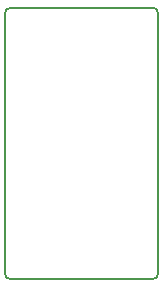
<source format=gm1>
%TF.GenerationSoftware,KiCad,Pcbnew,(6.0.0-rc1-dev-1-g01c5bdfb8)*%
%TF.CreationDate,2019-02-26T15:43:23+01:00*%
%TF.ProjectId,printhead_connector,7072696E74686561645F636F6E6E6563,rev?*%
%TF.SameCoordinates,Original*%
%TF.FileFunction,Profile,NP*%
%FSLAX46Y46*%
G04 Gerber Fmt 4.6, Leading zero omitted, Abs format (unit mm)*
G04 Created by KiCad (PCBNEW (6.0.0-rc1-dev-1-g01c5bdfb8)) date Tue Feb 26 15:43:23 2019*
%MOMM*%
%LPD*%
G01*
G04 APERTURE LIST*
%ADD10C,0.150000*%
G04 APERTURE END LIST*
D10*
X93500000Y-85500000D02*
G75*
G02X94000000Y-85000000I500000J0D01*
G01*
X106000000Y-85000000D02*
G75*
G02X106500000Y-85500000I0J-500000D01*
G01*
X106500000Y-107500000D02*
G75*
G02X106000000Y-108000000I-500000J0D01*
G01*
X94000000Y-108000000D02*
G75*
G02X93500000Y-107500000I0J500000D01*
G01*
X93500000Y-107500000D02*
X93500000Y-85500000D01*
X106000000Y-108000000D02*
X94000000Y-108000000D01*
X106500000Y-85500000D02*
X106500000Y-107500000D01*
X94000000Y-85000000D02*
X106000000Y-85000000D01*
M02*

</source>
